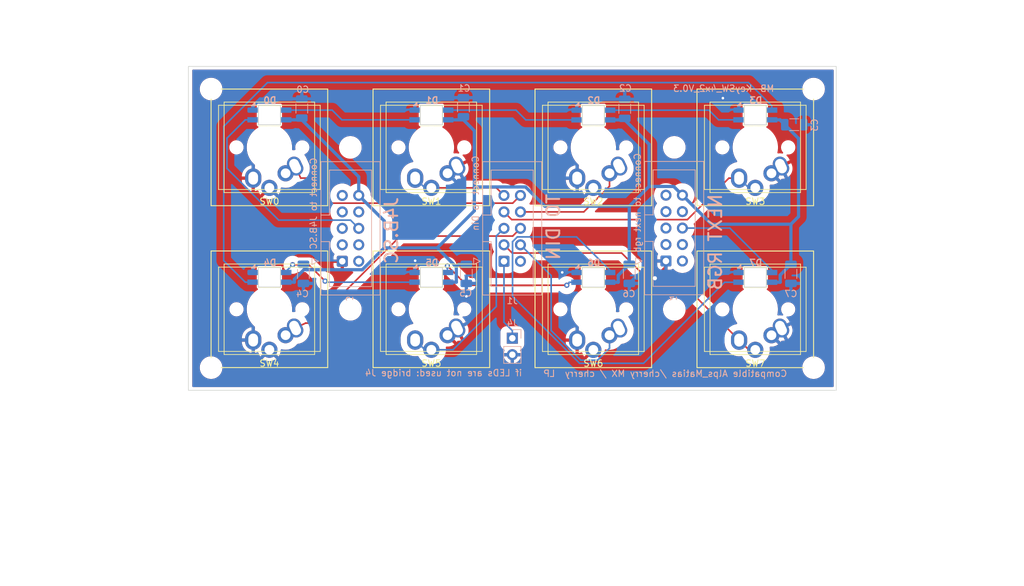
<source format=kicad_pcb>
(kicad_pcb (version 20240108) (generator "pcbnew") (generator_version "8.0")
  (layers (0 "F.Cu" signal "Dessus.Cu") (31 "B.Cu" signal "Dessous.Cu") (34 "B.Paste" user "Dessous.Pate") (35 "F.Paste" user "Dessus.Pate") (36 "B.SilkS" user "Dessous.SilkS") (37 "F.SilkS" user "Dessus.SilkS") (38 "B.Mask" user "Dessous.Masque") (39 "F.Mask" user "Dessus.Masque") (44 "Edge.Cuts" user "Contours.Ci"))
  (net 0 "")
  (net 1 "GND")
  (net 3 "Net-(D0-DI)")
  (net 4 "Net-(D0-DO)")
  (net 5 "Net-(D1-DO)")
  (net 6 "Net-(D2-DO)")
  (net 7 "Net-(D3-DO)")
  (net 8 "Net-(D4-DO)")
  (net 9 "Net-(D5-DO)")
  (net 10 "Net-(D6-DO)")
  (net 11 "Net-(J1-D7)")
  (net 12 "Net-(J1-D6)")
  (net 13 "Net-(J1-D5)")
  (net 14 "Net-(J1-D4)")
  (net 15 "Net-(J1-D3)")
  (net 16 "Net-(J1-D2)")
  (net 17 "Net-(J1-D1)")
  (net 18 "+5V")
  (net 19 "Net-(J1-D0)")
  (net 34 "Net-(D7-DO)")
  (net 35 "Net-(J1-vss)")
  (footprint "ksir 2022:SW_Alps_Matias_1.00u_cherry_LP" (layer "F.Cu") (at 98.5 199.5)
    (property "Reference" "SW1" (at 0 8.34 180) (layer "F.SilkS"))
    (property "Value" "CHERRY MX1B-52NA")
    (pad "" np_thru_hole circle (at -5.08 0 180) (size 1.7 1.7) (drill 1.7) (layers "*.Cu" "*.Mask"))
    (pad "" np_thru_hole circle (at 0 0 180) (size 6.5 6.5) (drill 6.5) (layers "F&B.Cu" "*.Mask"))
    (pad "" np_thru_hole circle (at 0 3.7 180) (size 2.5 2.5) (drill 2.5) (layers "F&B.Cu" "*.Mask"))
    (pad "" np_thru_hole circle (at 5.08 0 180) (size 1.7 1.7) (drill 1.7) (layers "*.Cu" "*.Mask"))
    (pad "1" thru_hole oval (at -2.5 4.75 180) (size 2.5 3) (drill oval 1.5 2) (layers "*.Cu" "*.Mask") (net 17 "Net-(J1-D1)"))
    (pad "1" thru_hole circle (at 0 6.25 180) (size 2.5 2.5) (drill 1.5) (layers "*.Cu" "*.Mask") (net 17 "Net-(J1-D1)"))
    (pad "2" thru_hole circle (at 2.5 4 180) (size 2.5 2.5) (drill 1.5) (layers "*.Cu" "*.Mask") (net 1 "GND"))
    (pad "2" thru_hole oval (at 3.97 2.89 25) (size 2.2 3) (drill oval 1.5 2.3) (layers "*.Cu" "*.Mask") (net 1 "GND"))
  )
  (footprint "ksir 2022:SW_Alps_Matias_1.00u_cherry_LP" (layer "F.Cu") (at 123.5 224.5)
    (property "Reference" "SW6" (at 0 8.34 180) (layer "F.SilkS"))
    (property "Value" "CHERRY MX1B-52NA")
    (pad "" np_thru_hole circle (at -5.08 0 180) (size 1.7 1.7) (drill 1.7) (layers "*.Cu" "*.Mask"))
    (pad "" np_thru_hole circle (at 0 0 180) (size 6.5 6.5) (drill 6.5) (layers "F&B.Cu" "*.Mask"))
    (pad "" np_thru_hole circle (at 0 3.7 180) (size 2.5 2.5) (drill 2.5) (layers "F&B.Cu" "*.Mask"))
    (pad "" np_thru_hole circle (at 5.08 0 180) (size 1.7 1.7) (drill 1.7) (layers "*.Cu" "*.Mask"))
    (pad "1" thru_hole oval (at -2.5 4.75 180) (size 2.5 3) (drill oval 1.5 2) (layers "*.Cu" "*.Mask") (net 1 "GND"))
    (pad "1" thru_hole circle (at 0 6.25 180) (size 2.5 2.5) (drill 1.5) (layers "*.Cu" "*.Mask") (net 1 "GND"))
    (pad "2" thru_hole circle (at 2.5 4 180) (size 2.5 2.5) (drill 1.5) (layers "*.Cu" "*.Mask") (net 12 "Net-(J1-D6)"))
    (pad "2" thru_hole oval (at 3.97 2.89 25) (size 2.2 3) (drill oval 1.5 2.3) (layers "*.Cu" "*.Mask") (net 12 "Net-(J1-D6)"))
  )
  (footprint "MountingHole:MountingHole_3mm" (layer "F.Cu") (at 86 199.5)
    (property "Reference" "H5" (hide yes))
    (property "Value" "MountingHole")
    (pad "" np_thru_hole circle (at 0 0) (size 3 3) (drill 3) (layers "*.Cu" "*.Mask"))
  )
  (footprint "ksir 2022:SW_Alps_Matias_1.00u_cherry_LP" (layer "F.Cu") (at 98.5 224.49)
    (property "Reference" "SW5" (at 0 8.34 180) (layer "F.SilkS"))
    (property "Value" "CHERRY MX1B-52NA")
    (pad "" np_thru_hole circle (at -5.08 0 180) (size 1.7 1.7) (drill 1.7) (layers "*.Cu" "*.Mask"))
    (pad "" np_thru_hole circle (at 0 0 180) (size 6.5 6.5) (drill 6.5) (layers "F&B.Cu" "*.Mask"))
    (pad "" np_thru_hole circle (at 0 3.7 180) (size 2.5 2.5) (drill 2.5) (layers "F&B.Cu" "*.Mask"))
    (pad "" np_thru_hole circle (at 5.08 0 180) (size 1.7 1.7) (drill 1.7) (layers "*.Cu" "*.Mask"))
    (pad "1" thru_hole oval (at -2.5 4.75 180) (size 2.5 3) (drill oval 1.5 2) (layers "*.Cu" "*.Mask") (net 13 "Net-(J1-D5)"))
    (pad "1" thru_hole circle (at 0 6.25 180) (size 2.5 2.5) (drill 1.5) (layers "*.Cu" "*.Mask") (net 13 "Net-(J1-D5)"))
    (pad "2" thru_hole circle (at 2.5 4 180) (size 2.5 2.5) (drill 1.5) (layers "*.Cu" "*.Mask") (net 1 "GND"))
    (pad "2" thru_hole oval (at 3.97 2.89 25) (size 2.2 3) (drill oval 1.5 2.3) (layers "*.Cu" "*.Mask") (net 1 "GND"))
  )
  (footprint "MountingHole:MountingHole_3mm" (layer "F.Cu") (at 136 224.5)
    (property "Reference" "H8" (hide yes))
    (property "Value" "MountingHole")
    (pad "" np_thru_hole circle (at 0 0) (size 3 3) (drill 3) (layers "*.Cu" "*.Mask"))
  )
  (footprint "MountingHole:MountingHole_3mm" (layer "F.Cu") (at 136 199.5)
    (property "Reference" "H6" (hide yes))
    (property "Value" "MountingHole")
    (pad "" np_thru_hole circle (at 0 0) (size 3 3) (drill 3) (layers "*.Cu" "*.Mask"))
  )
  (footprint "MountingHole:MountingHole_3mm" (layer "F.Cu") (at 86 224.5)
    (property "Reference" "H7" (hide yes))
    (property "Value" "MountingHole")
    (pad "" np_thru_hole circle (at 0 0) (size 3 3) (drill 3) (layers "*.Cu" "*.Mask"))
  )
  (footprint "MountingHole:MountingHole_3mm" (layer "F.Cu") (at 64.5 190.5)
    (property "Reference" "H1" (hide yes))
    (property "Value" "MountingHole")
    (pad "" np_thru_hole circle (at 0 0) (size 3 3) (drill 3) (layers "*.Cu" "*.Mask"))
  )
  (footprint "ksir 2022:SW_Alps_Matias_1.00u_cherry_LP" (layer "F.Cu") (at 73.5 199.5)
    (property "Reference" "SW0" (at 0 8.34 180) (layer "F.SilkS"))
    (property "Value" "CHERRY MX1B-52NA")
    (pad "" np_thru_hole circle (at -5.08 0 180) (size 1.7 1.7) (drill 1.7) (layers "*.Cu" "*.Mask"))
    (pad "" np_thru_hole circle (at 0 0 180) (size 6.5 6.5) (drill 6.5) (layers "F&B.Cu" "*.Mask"))
    (pad "" np_thru_hole circle (at 0 3.7 180) (size 2.5 2.5) (drill 2.5) (layers "F&B.Cu" "*.Mask"))
    (pad "" np_thru_hole circle (at 5.08 0 180) (size 1.7 1.7) (drill 1.7) (layers "*.Cu" "*.Mask"))
    (pad "1" thru_hole oval (at -2.5 4.75 180) (size 2.5 3) (drill oval 1.5 2) (layers "*.Cu" "*.Mask") (net 1 "GND"))
    (pad "1" thru_hole circle (at 0 6.25 180) (size 2.5 2.5) (drill 1.5) (layers "*.Cu" "*.Mask") (net 1 "GND"))
    (pad "2" thru_hole circle (at 2.5 4 180) (size 2.5 2.5) (drill 1.5) (layers "*.Cu" "*.Mask") (net 19 "Net-(J1-D0)"))
    (pad "2" thru_hole oval (at 3.97 2.89 25) (size 2.2 3) (drill oval 1.5 2.3) (layers "*.Cu" "*.Mask") (net 19 "Net-(J1-D0)"))
  )
  (footprint "ksir 2022:SW_Alps_Matias_1.00u_cherry_LP" (layer "F.Cu") (at 148.5 224.5)
    (property "Reference" "SW7" (at 0 8.34 180) (layer "F.SilkS"))
    (property "Value" "CHERRY MX1B-52NA")
    (pad "" np_thru_hole circle (at -5.08 0 180) (size 1.7 1.7) (drill 1.7) (layers "*.Cu" "*.Mask"))
    (pad "" np_thru_hole circle (at 0 0 180) (size 6.5 6.5) (drill 6.5) (layers "F&B.Cu" "*.Mask"))
    (pad "" np_thru_hole circle (at 0 3.7 180) (size 2.5 2.5) (drill 2.5) (layers "F&B.Cu" "*.Mask"))
    (pad "" np_thru_hole circle (at 5.08 0 180) (size 1.7 1.7) (drill 1.7) (layers "*.Cu" "*.Mask"))
    (pad "1" thru_hole oval (at -2.5 4.75 180) (size 2.5 3) (drill oval 1.5 2) (layers "*.Cu" "*.Mask") (net 11 "Net-(J1-D7)"))
    (pad "1" thru_hole circle (at 0 6.25 180) (size 2.5 2.5) (drill 1.5) (layers "*.Cu" "*.Mask") (net 11 "Net-(J1-D7)"))
    (pad "2" thru_hole circle (at 2.5 4 180) (size 2.5 2.5) (drill 1.5) (layers "*.Cu" "*.Mask") (net 1 "GND"))
    (pad "2" thru_hole oval (at 3.97 2.89 25) (size 2.2 3) (drill oval 1.5 2.3) (layers "*.Cu" "*.Mask") (net 1 "GND"))
  )
  (footprint "ksir 2022:SW_Alps_Matias_1.00u_cherry_LP" (layer "F.Cu") (at 123.5 199.5)
    (property "Reference" "SW2" (at 0 8.34 180) (layer "F.SilkS"))
    (property "Value" "CHERRY MX1B-52NA")
    (pad "" np_thru_hole circle (at -5.08 0 180) (size 1.7 1.7) (drill 1.7) (layers "*.Cu" "*.Mask"))
    (pad "" np_thru_hole circle (at 0 0 180) (size 6.5 6.5) (drill 6.5) (layers "F&B.Cu" "*.Mask"))
    (pad "" np_thru_hole circle (at 0 3.7 180) (size 2.5 2.5) (drill 2.5) (layers "F&B.Cu" "*.Mask"))
    (pad "" np_thru_hole circle (at 5.08 0 180) (size 1.7 1.7) (drill 1.7) (layers "*.Cu" "*.Mask"))
    (pad "1" thru_hole oval (at -2.5 4.75 180) (size 2.5 3) (drill oval 1.5 2) (layers "*.Cu" "*.Mask") (net 1 "GND"))
    (pad "1" thru_hole circle (at 0 6.25 180) (size 2.5 2.5) (drill 1.5) (layers "*.Cu" "*.Mask") (net 1 "GND"))
    (pad "2" thru_hole circle (at 2.5 4 180) (size 2.5 2.5) (drill 1.5) (layers "*.Cu" "*.Mask") (net 16 "Net-(J1-D2)"))
    (pad "2" thru_hole oval (at 3.97 2.89 25) (size 2.2 3) (drill oval 1.5 2.3) (layers "*.Cu" "*.Mask") (net 16 "Net-(J1-D2)"))
  )
  (footprint "MountingHole:MountingHole_3mm" (layer "F.Cu") (at 157.5 233.5)
    (property "Reference" "H3" (hide yes))
    (property "Value" "MountingHole")
    (pad "" np_thru_hole circle (at 0 0) (size 3 3) (drill 3) (layers "*.Cu" "*.Mask"))
  )
  (footprint "MountingHole:MountingHole_3mm" (layer "F.Cu") (at 157.5 190.5)
    (property "Reference" "H2" (hide yes))
    (property "Value" "MountingHole")
    (pad "" np_thru_hole circle (at 0 0) (size 3 3) (drill 3) (layers "*.Cu" "*.Mask"))
  )
  (footprint "ksir 2022:SW_Alps_Matias_1.00u_cherry_LP" (layer "F.Cu") (at 73.5 224.49)
    (property "Reference" "SW4" (at 0 8.34 180) (layer "F.SilkS"))
    (property "Value" "CHERRY MX1B-52NA")
    (pad "" np_thru_hole circle (at -5.08 0 180) (size 1.7 1.7) (drill 1.7) (layers "*.Cu" "*.Mask"))
    (pad "" np_thru_hole circle (at 0 0 180) (size 6.5 6.5) (drill 6.5) (layers "F&B.Cu" "*.Mask"))
    (pad "" np_thru_hole circle (at 0 3.7 180) (size 2.5 2.5) (drill 2.5) (layers "F&B.Cu" "*.Mask"))
    (pad "" np_thru_hole circle (at 5.08 0 180) (size 1.7 1.7) (drill 1.7) (layers "*.Cu" "*.Mask"))
    (pad "1" thru_hole oval (at -2.5 4.75 180) (size 2.5 3) (drill oval 1.5 2) (layers "*.Cu" "*.Mask") (net 1 "GND"))
    (pad "1" thru_hole circle (at 0 6.25 180) (size 2.5 2.5) (drill 1.5) (layers "*.Cu" "*.Mask") (net 1 "GND"))
    (pad "2" thru_hole circle (at 2.5 4 180) (size 2.5 2.5) (drill 1.5) (layers "*.Cu" "*.Mask") (net 14 "Net-(J1-D4)"))
    (pad "2" thru_hole oval (at 3.97 2.89 25) (size 2.2 3) (drill oval 1.5 2.3) (layers "*.Cu" "*.Mask") (net 14 "Net-(J1-D4)"))
  )
  (footprint "ksir 2022:SW_Alps_Matias_1.00u_cherry_LP" (layer "F.Cu") (at 148.5 199.5)
    (property "Reference" "SW3" (at 0 8.34 180) (layer "F.SilkS"))
    (property "Value" "CHERRY MX1B-52NA")
    (pad "" np_thru_hole circle (at -5.08 0 180) (size 1.7 1.7) (drill 1.7) (layers "*.Cu" "*.Mask"))
    (pad "" np_thru_hole circle (at 0 0 180) (size 6.5 6.5) (drill 6.5) (layers "F&B.Cu" "*.Mask"))
    (pad "" np_thru_hole circle (at 0 3.7 180) (size 2.5 2.5) (drill 2.5) (layers "F&B.Cu" "*.Mask"))
    (pad "" np_thru_hole circle (at 5.08 0 180) (size 1.7 1.7) (drill 1.7) (layers "*.Cu" "*.Mask"))
    (pad "1" thru_hole oval (at -2.5 4.75 180) (size 2.5 3) (drill oval 1.5 2) (layers "*.Cu" "*.Mask") (net 15 "Net-(J1-D3)"))
    (pad "1" thru_hole circle (at 0 6.25 180) (size 2.5 2.5) (drill 1.5) (layers "*.Cu" "*.Mask") (net 15 "Net-(J1-D3)"))
    (pad "2" thru_hole circle (at 2.5 4 180) (size 2.5 2.5) (drill 1.5) (layers "*.Cu" "*.Mask") (net 1 "GND"))
    (pad "2" thru_hole oval (at 3.97 2.89 25) (size 2.2 3) (drill oval 1.5 2.3) (layers "*.Cu" "*.Mask") (net 1 "GND"))
  )
  (footprint "MountingHole:MountingHole_3mm" (layer "F.Cu") (at 64.5 233.5)
    (property "Reference" "H4" (hide yes))
    (property "Value" "MountingHole")
    (pad "" np_thru_hole circle (at 0 0) (size 3 3) (drill 3) (layers "*.Cu" "*.Mask"))
  )
  (footprint "ksir 2022:SK6812-MINI-E" (layer "B.Cu") (at 148.5 219.57 180)
    (property "Reference" "D7" (at -0.08 2.25 0) (layer "B.SilkS") (effects (font (thickness 0.2) (bold yes)) (justify mirror)))
    (property "Value" "SK6812MINI-E" (hide yes))
    (fp_line (start 1.7 1.5) (end 1.7 -1.5) (stroke (width 0.12)) (layer "Edge.Cuts"))
    (fp_line (start 1.7 -1.5) (end -1.7 -1.5) (stroke (width 0.12)) (layer "Edge.Cuts"))
    (fp_line (start -1.7 1.5) (end 1.7 1.5) (stroke (width 0.12)) (layer "Edge.Cuts"))
    (fp_line (start -1.7 -1.5) (end -1.7 1.5) (stroke (width 0.12)) (layer "Edge.Cuts"))
    (pad "1" smd rect (at -2.55 -0.75 180) (size 1.7 0.82) (layers "B.Cu" "B.Paste" "B.Mask") (net 18 "+5V"))
    (pad "2" smd rect (at -2.55 0.75 180) (size 1.7 0.82) (layers "B.Cu" "B.Paste" "B.Mask") (net 34 "Net-(D7-DO)"))
    (pad "3" smd roundrect (at 2.55 0.75 180) (size 1.7 0.82) (layers "B.Cu" "B.Paste" "B.Mask") (net 1 "GND"))
    (pad "4" smd rect (at 2.55 -0.75 180) (size 1.7 0.82) (layers "B.Cu" "B.Paste" "B.Mask") (net 10 "Net-(D6-DO)"))
  )
  (footprint "ksir 2022:SK6812-MINI-E" (layer "B.Cu") (at 148.5 194.5 180)
    (property "Reference" "D3" (at -0.08 2.25 0) (layer "B.SilkS") (effects (font (thickness 0.2) (bold yes)) (justify mirror)))
    (property "Value" "SK6812MINI-E" (hide yes))
    (fp_line (start 1.7 1.5) (end 1.7 -1.5) (stroke (width 0.12)) (layer "Edge.Cuts"))
    (fp_line (start 1.7 -1.5) (end -1.7 -1.5) (stroke (width 0.12)) (layer "Edge.Cuts"))
    (fp_line (start -1.7 1.5) (end 1.7 1.5) (stroke (width 0.12)) (layer "Edge.Cuts"))
    (fp_line (start -1.7 -1.5) (end -1.7 1.5) (stroke (width 0.12)) (layer "Edge.Cuts"))
    (pad "1" smd rect (at -2.55 -0.75 180) (size 1.7 0.82) (layers "B.Cu" "B.Paste" "B.Mask") (net 18 "+5V"))
    (pad "2" smd rect (at -2.55 0.75 180) (size 1.7 0.82) (layers "B.Cu" "B.Paste" "B.Mask") (net 7 "Net-(D3-DO)"))
    (pad "3" smd roundrect (at 2.55 0.75 180) (size 1.7 0.82) (layers "B.Cu" "B.Paste" "B.Mask") (net 1 "GND"))
    (pad "4" smd rect (at 2.55 -0.75 180) (size 1.7 0.82) (layers "B.Cu" "B.Paste" "B.Mask") (net 6 "Net-(D2-DO)"))
  )
  (footprint "Capacitor_SMD:C_1206_3216Metric" (layer "B.Cu") (at 129.05 219.025 90)
    (property "Reference" "C6" (at -3.075 -0.05 180) (layer "B.SilkS") (effects (justify mirror)))
    (property "Value" "100nf")
    (pad "1" smd roundrect (at -1.475 0 90) (size 1.15 1.8) (layers "B.Cu" "B.Paste" "B.Mask") (roundrect_rratio 0.217391) (net 1 "GND"))
    (pad "2" smd roundrect (at 1.475 0 90) (size 1.15 1.8) (layers "B.Cu" "B.Paste" "B.Mask") (roundrect_rratio 0.217391) (net 18 "+5V"))
  )
  (footprint "Connector_PinHeader_2.54mm:PinHeader_1x02_P2.54mm_Vertical" (layer "B.Cu") (at 111 228.96 180)
    (property "Reference" "J4" (at 0 2.33 180) (layer "B.SilkS") (effects (justify mirror)))
    (property "Value" "Conn_01x02_Pin")
    (pad "1" thru_hole rect (at 0 0 180) (size 1.7 1.7) (drill 1) (layers "*.Cu" "*.Mask") (net 35 "Net-(J1-vss)"))
    (pad "2" thru_hole oval (at 0 -2.54 180) (size 1.7 1.7) (drill 1) (layers "*.Cu" "*.Mask") (net 1 "GND"))
  )
  (footprint "Capacitor_SMD:C_1206_3216Metric" (layer "B.Cu") (at 78.75 219.025 90)
    (property "Reference" "C4" (at -3.075 -0.15 180) (layer "B.SilkS") (effects (justify mirror)))
    (property "Value" "100nf")
    (pad "1" smd roundrect (at -1.475 0 90) (size 1.15 1.8) (layers "B.Cu" "B.Paste" "B.Mask") (roundrect_rratio 0.217391) (net 1 "GND"))
    (pad "2" smd roundrect (at 1.475 0 90) (size 1.15 1.8) (layers "B.Cu" "B.Paste" "B.Mask") (roundrect_rratio 0.217391) (net 18 "+5V"))
  )
  (footprint "Connector_IDC:IDC-Header_2x05_P2.54mm_Vertical" (layer "B.Cu") (at 84.75 217.08)
    (property "Reference" "J2" (at 1.27 6.1 0) (layer "B.SilkS") (effects (justify mirror)))
    (property "Value" "IDC-Header_2x05_P2.54mm_Vertical")
    (pad "1" thru_hole roundrect (at 0 0) (size 1.7 1.7) (drill 1) (layers "*.Cu" "*.Mask") (roundrect_rratio 0.147059) (net 1 "GND"))
    (pad "2" thru_hole circle (at 2.54 0) (size 1.7 1.7) (drill 1) (layers "*.Cu" "*.Mask"))
    (pad "3" thru_hole circle (at 0 -2.54) (size 1.7 1.7) (drill 1) (layers "*.Cu" "*.Mask"))
    (pad "4" thru_hole circle (at 2.54 -2.54) (size 1.7 1.7) (drill 1) (layers "*.Cu" "*.Mask"))
    (pad "5" thru_hole circle (at 0 -5.08) (size 1.7 1.7) (drill 1) (layers "*.Cu" "*.Mask"))
    (pad "6" thru_hole circle (at 2.54 -5.08) (size 1.7 1.7) (drill 1) (layers "*.Cu" "*.Mask") (net 3 "Net-(D0-DI)"))
    (pad "7" thru_hole circle (at 0 -7.62) (size 1.7 1.7) (drill 1) (layers "*.Cu" "*.Mask"))
    (pad "8" thru_hole circle (at 2.54 -7.62) (size 1.7 1.7) (drill 1) (layers "*.Cu" "*.Mask"))
    (pad "9" thru_hole circle (at 0 -10.16) (size 1.7 1.7) (drill 1) (layers "*.Cu" "*.Mask"))
    (pad "10" thru_hole circle (at 2.54 -10.16) (size 1.7 1.7) (drill 1) (layers "*.Cu" "*.Mask") (net 18 "+5V"))
  )
  (footprint "ksir 2022:SK6812-MINI-E" (layer "B.Cu") (at 73.5 219.56 180)
    (property "Reference" "D4" (at -0.08 2.25 0) (layer "B.SilkS") (effects (font (thickness 0.2) (bold yes)) (justify mirror)))
    (property "Value" "SK6812MINI-E" (hide yes))
    (fp_line (start 1.7 1.5) (end 1.7 -1.5) (stroke (width 0.12)) (layer "Edge.Cuts"))
    (fp_line (start 1.7 -1.5) (end -1.7 -1.5) (stroke (width 0.12)) (layer "Edge.Cuts"))
    (fp_line (start -1.7 1.5) (end 1.7 1.5) (stroke (width 0.12)) (layer "Edge.Cuts"))
    (fp_line (start -1.7 -1.5) (end -1.7 1.5) (stroke (width 0.12)) (layer "Edge.Cuts"))
    (pad "1" smd rect (at -2.55 -0.75 180) (size 1.7 0.82) (layers "B.Cu" "B.Paste" "B.Mask") (net 18 "+5V"))
    (pad "2" smd rect (at -2.55 0.75 180) (size 1.7 0.82) (layers "B.Cu" "B.Paste" "B.Mask") (net 8 "Net-(D4-DO)"))
    (pad "3" smd roundrect (at 2.55 0.75 180) (size 1.7 0.82) (layers "B.Cu" "B.Paste" "B.Mask") (net 1 "GND"))
    (pad "4" smd rect (at 2.55 -0.75 180) (size 1.7 0.82) (layers "B.Cu" "B.Paste" "B.Mask") (net 7 "Net-(D3-DO)"))
  )
  (footprint "ksir 2022:SK6812-MINI-E" (layer "B.Cu") (at 123.5 194.51 180)
    (property "Reference" "D2" (at -0.08 2.25 0) (layer "B.SilkS") (effects (font (thickness 0.2) (bold yes)) (justify mirror)))
    (property "Value" "SK6812MINI-E" (hide yes))
    (fp_line (start 1.7 1.5) (end 1.7 -1.5) (stroke (width 0.12)) (layer "Edge.Cuts"))
    (fp_line (start 1.7 -1.5) (end -1.7 -1.5) (stroke (width 0.12)) (layer "Edge.Cuts"))
    (fp_line (start -1.7 1.5) (end 1.7 1.5) (stroke (width 0.12)) (layer "Edge.Cuts"))
    (fp_line (start -1.7 -1.5) (end -1.7 1.5) (stroke (width 0.12)) (layer "Edge.Cuts"))
    (pad "1" smd rect (at -2.55 -0.75 180) (size 1.7 0.82) (layers "B.Cu" "B.Paste" "B.Mask") (net 18 "+5V"))
    (pad "2" smd rect (at -2.55 0.75 180) (size 1.7 0.82) (layers "B.Cu" "B.Paste" "B.Mask") (net 6 "Net-(D2-DO)"))
    (pad "3" smd roundrect (at 2.55 0.75 180) (size 1.7 0.82) (layers "B.Cu" "B.Paste" "B.Mask") (net 1 "GND"))
    (pad "4" smd rect (at 2.55 -0.75 180) (size 1.7 0.82) (layers "B.Cu" "B.Paste" "B.Mask") (net 5 "Net-(D1-DO)"))
  )
  (footprint "Connector_IDC:IDC-Header_2x05_P2.54mm_Vertical" (layer "B.Cu") (at 109.71 217.08)
    (property "Reference" "J1" (at 1.27 6.1 0) (layer "B.SilkS") (effects (justify mirror)))
    (property "Value" "IDC-Header_2x05_P2.54mm_Vertical")
    (pad "1" thru_hole roundrect (at 0 0) (size 1.7 1.7) (drill 1) (layers "*.Cu" "*.Mask") (roundrect_rratio 0.147059) (net 35 "Net-(J1-vss)"))
    (pad "2" thru_hole circle (at 2.54 0) (size 1.7 1.7) (drill 1) (layers "*.Cu" "*.Mask"))
    (pad "3" thru_hole circle (at 0 -2.54) (size 1.7 1.7) (drill 1) (layers "*.Cu" "*.Mask") (net 11 "Net-(J1-D7)"))
    (pad "4" thru_hole circle (at 2.54 -2.54) (size 1.7 1.7) (drill 1) (layers "*.Cu" "*.Mask") (net 12 "Net-(J1-D6)"))
    (pad "5" thru_hole circle (at 0 -5.08) (size 1.7 1.7) (drill 1) (layers "*.Cu" "*.Mask") (net 13 "Net-(J1-D5)"))
    (pad "6" thru_hole circle (at 2.54 -5.08) (size 1.7 1.7) (drill 1) (layers "*.Cu" "*.Mask") (net 14 "Net-(J1-D4)"))
    (pad "7" thru_hole circle (at 0 -7.62) (size 1.7 1.7) (drill 1) (layers "*.Cu" "*.Mask") (net 15 "Net-(J1-D3)"))
    (pad "8" thru_hole circle (at 2.54 -7.62) (size 1.7 1.7) (drill 1) (layers "*.Cu" "*.Mask") (net 16 "Net-(J1-D2)"))
    (pad "9" thru_hole circle (at 0 -10.16) (size 1.7 1.7) (drill 1) (layers "*.Cu" "*.Mask") (net 17 "Net-(J1-D1)"))
    (pad "10" thru_hole circle (at 2.54 -10.16) (size 1.7 1.7) (drill 1) (layers "*.Cu" "*.Mask") (net 19 "Net-(J1-D0)"))
  )
  (footprint "ksir 2022:SK6812-MINI-E" (layer "B.Cu") (at 123.5 219.57 180)
    (property "Reference" "D6" (at -0.08 2.25 0) (layer "B.SilkS") (effects (font (thickness 0.2) (bold yes)) (justify mirror)))
    (property "Value" "SK6812MINI-E" (hide yes))
    (fp_line (start 1.7 1.5) (end 1.7 -1.5) (stroke (width 0.12)) (layer "Edge.Cuts"))
    (fp_line (start 1.7 -1.5) (end -1.7 -1.5) (stroke (width 0.12)) (layer "Edge.Cuts"))
    (fp_line (start -1.7 1.5) (end 1.7 1.5) (stroke (width 0.12)) (layer "Edge.Cuts"))
    (fp_line (start -1.7 -1.5) (end -1.7 1.5) (stroke (width 0.12)) (layer "Edge.Cuts"))
    (pad "1" smd rect (at -2.55 -0.75 180) (size 1.7 0.82) (layers "B.Cu" "B.Paste" "B.Mask") (net 18 "+5V"))
    (pad "2" smd rect (at -2.55 0.75 180) (size 1.7 0.82) (layers "B.Cu" "B.Paste" "B.Mask") (net 10 "Net-(D6-DO)"))
    (pad "3" smd roundrect (at 2.55 0.75 180) (size 1.7 0.82) (layers "B.Cu" "B.Paste" "B.Mask") (net 1 "GND"))
    (pad "4" smd rect (at 2.55 -0.75 180) (size 1.7 0.82) (layers "B.Cu" "B.Paste" "B.Mask") (net 9 "Net-(D5-DO)"))
  )
  (footprint "Capacitor_SMD:C_1206_3216Metric" (layer "B.Cu") (at 154.525 196 180)
    (property "Reference" "C3" (at -3.125 -0.05 -90) (layer "B.SilkS") (effects (justify mirror)))
    (property "Value" "100nf")
    (pad "1" smd roundrect (at -1.475 0 180) (size 1.15 1.8) (layers "B.Cu" "B.Paste" "B.Mask") (roundrect_rratio 0.217391) (net 1 "GND"))
    (pad "2" smd roundrect (at 1.475 0 180) (size 1.15 1.8) (layers "B.Cu" "B.Paste" "B.Mask") (roundrect_rratio 0.217391) (net 18 "+5V"))
  )
  (footprint "Capacitor_SMD:C_1206_3216Metric" (layer "B.Cu") (at 103.9 219.025 90)
    (property "Reference" "C5" (at -2.975 -0.1 180) (layer "B.SilkS") (effects (justify mirror)))
    (property "Value" "100nf")
    (pad "1" smd roundrect (at -1.475 0 90) (size 1.15 1.8) (layers "B.Cu" "B.Paste" "B.Mask") (roundrect_rratio 0.217391) (net 1 "GND"))
    (pad "2" smd roundrect (at 1.475 0 90) (size 1.15 1.8) (layers "B.Cu" "B.Paste" "B.Mask") (roundrect_rratio 0.217391) (net 18 "+5V"))
  )
  (footprint "ksir 2022:SK6812-MINI-E" (layer "B.Cu") (at 98.5 194.5 180)
    (property "Reference" "D1" (at -0.08 2.25 0) (layer "B.SilkS") (effects (font (thickness 0.2) (bold yes)) (justify mirror)))
    (property "Value" "SK6812MINI-E" (hide yes))
    (fp_line (start 1.7 1.5) (end 1.7 -1.5) (stroke (width 0.12)) (layer "Edge.Cuts"))
    (fp_line (start 1.7 -1.5) (end -1.7 -1.5) (stroke (width 0.12)) (layer "Edge.Cuts"))
    (fp_line (start -1.7 1.5) (end 1.7 1.5) (stroke (width 0.12)) (layer "Edge.Cuts"))
    (fp_line (start -1.7 -1.5) (end -1.7 1.5) (stroke (width 0.12)) (layer "Edge.Cuts"))
    (pad "1" smd rect (at -2.55 -0.75 180) (size 1.7 0.82) (layers "B.Cu" "B.Paste" "B.Mask") (net 18 "+5V"))
    (pad "2" smd rect (at -2.55 0.75 180) (size 1.7 0.82) (layers "B.Cu" "B.Paste" "B.Mask") (net 5 "Net-(D1-DO)"))
    (pad "3" smd roundrect (at 2.55 0.75 180) (size 1.7 0.82) (layers "B.Cu" "B.Paste" "B.Mask") (net 1 "GND"))
    (pad "4" smd rect (at 2.55 -0.75 180) (size 1.7 0.82) (layers "B.Cu" "B.Paste" "B.Mask") (net 4 "Net-(D0-DO)"))
  )
  (footprint "ksir 2022:SK6812-MINI-E" (layer "B.Cu") (at 73.5 194.5 180)
    (property "Reference" "D0" (at -0.08 2.25 0) (layer "B.SilkS") (effects (font (thickness 0.2) (bold yes)) (justify mirror)))
    (property "Value" "SK6812MINI-E" (hide yes))
    (fp_line (start 1.7 1.5) (end 1.7 -1.5) (stroke (width 0.12)) (layer "Edge.Cuts"))
    (fp_line (start 1.7 -1.5) (end -1.7 -1.5) (stroke (width 0.12)) (layer "Edge.Cuts"))
    (fp_line (start -1.7 1.5) (end 1.7 1.5) (stroke (width 0.12)) (layer "Edge.Cuts"))
    (fp_line (start -1.7 -1.5) (end -1.7 1.5) (stroke (width 0.12)) (layer "Edge.Cuts"))
    (pad "1" smd rect (at -2.55 -0.75 180) (size 1.7 0.82) (layers "B.Cu" "B.Paste" "B.Mask") (net 18 "+5V"))
    (pad "2" smd rect (at -2.55 0.75 180) (size 1.7 0.82) (layers "B.Cu" "B.Paste" "B.Mask") (net 4 "Net-(D0-DO)"))
    (pad "3" smd roundrect (at 2.55 0.75 180) (size 1.7 0.82) (layers "B.Cu" "B.Paste" "B.Mask") (net 1 "GND"))
    (pad "4" smd rect (at 2.55 -0.75 180) (size 1.7 0.82) (layers "B.Cu" "B.Paste" "B.Mask") (net 3 "Net-(D0-DI)"))
  )
  (footprint "Capacitor_SMD:C_1206_3216Metric" (layer "B.Cu") (at 154 219.025 90)
    (property "Reference" "C7" (at -3.075 0 180) (layer "B.SilkS") (effects (justify mirror)))
    (property "Value" "100nf")
    (pad "1" smd roundrect (at -1.475 0 90) (size 1.15 1.8) (layers "B.Cu" "B.Paste" "B.Mask") (roundrect_rratio 0.217391) (net 1 "GND"))
    (pad "2" smd roundrect (at 1.475 0 90) (size 1.15 1.8) (layers "B.Cu" "B.Paste" "B.Mask") (roundrect_rratio 0.217391) (net 18 "+5V"))
  )
  (footprint "Capacitor_SMD:C_1206_3216Metric" (layer "B.Cu") (at 78.5 193.5 -90)
    (property "Reference" "C0" (at -2.925 -0.15 180) (layer "B.SilkS") (effects (justify mirror)))
    (property "Value" "100nf")
    (pad "1" smd roundrect (at -1.475 0 270) (size 1.15 1.8) (layers "B.Cu" "B.Paste" "B.Mask") (roundrect_rratio 0.217391) (net 1 "GND"))
    (pad "2" smd roundrect (at 1.475 0 270) (size 1.15 1.8) (layers "B.Cu" "B.Paste" "B.Mask") (roundrect_rratio 0.217391) (net 18 "+5V"))
  )
  (footprint "Capacitor_SMD:C_1206_3216Metric" (layer "B.Cu") (at 103.45 193.3 -90)
    (property "Reference" "C1" (at -2.925 -0.1 0) (layer "B.SilkS") (effects (justify mirror)))
    (property "Value" "100nf")
    (pad "1" smd roundrect (at -1.475 0 270) (size 1.15 1.8) (layers "B.Cu" "B.Paste" "B.Mask") (roundrect_rratio 0.217391) (net 1 "GND"))
    (pad "2" smd roundrect (at 1.475 0 270) (size 1.15 1.8) (layers "B.Cu" "B.Paste" "B.Mask") (roundrect_rratio 0.217391) (net 18 "+5V"))
  )
  (footprint "ksir 2022:SK6812-MINI-E" (layer "B.Cu") (at 98.5 219.56 180)
    (property "Reference" "D5" (at -0.08 2.25 0) (layer "B.SilkS") (effects (font (thickness 0.2) (bold yes)) (justify mirror)))
    (property "Value" "SK6812MINI-E" (hide yes))
    (fp_line (start 1.7 1.5) (end 1.7 -1.5) (stroke (width 0.12)) (layer "Edge.Cuts"))
    (fp_line (start 1.7 -1.5) (end -1.7 -1.5) (stroke (width 0.12)) (layer "Edge.Cuts"))
    (fp_line (start -1.7 1.5) (end 1.7 1.5) (stroke (width 0.12)) (layer "Edge.Cuts"))
    (fp_line (start -1.7 -1.5) (end -1.7 1.5) (stroke (width 0.12)) (layer "Edge.Cuts"))
    (pad "1" smd rect (at -2.55 -0.75 180) (size 1.7 0.82) (layers "B.Cu" "B.Paste" "B.Mask") (net 18 "+5V"))
    (pad "2" smd rect (at -2.55 0.75 180) (size 1.7 0.82) (layers "B.Cu" "B.Paste" "B.Mask") (net 9 "Net-(D5-DO)"))
    (pad "3" smd roundrect (at 2.55 0.75 180) (size 1.7 0.82) (layers "B.Cu" "B.Paste" "B.Mask") (net 1 "GND"))
    (pad "4" smd rect (at 2.55 -0.75 180) (size 1.7 0.82) (layers "B.Cu" "B.Paste" "B.Mask") (net 8 "Net-(D4-DO)"))
  )
  (footprint "Connector_IDC:IDC-Header_2x05_P2.54mm_Vertical" (layer "B.Cu") (at 134.71 217.04)
    (property "Reference" "J3" (at 1.27 6.1 0) (layer "B.SilkS") (effects (justify mirror)))
    (property "Value" "IDC-Header_2x05_P2.54mm_Vertical")
    (pad "1" thru_hole roundrect (at 0 0) (size 1.7 1.7) (drill 1) (layers "*.Cu" "*.Mask") (roundrect_rratio 0.147059) (net 1 "GND"))
    (pad "2" thru_hole circle (at 2.54 0) (size 1.7 1.7) (drill 1) (layers "*.Cu" "*.Mask"))
    (pad "3" thru_hole circle (at 0 -2.54) (size 1.7 1.7) (drill 1) (layers "*.Cu" "*.Mask"))
    (pad "4" thru_hole circle (at 2.54 -2.54) (size 1.7 1.7) (drill 1) (layers "*.Cu" "*.Mask"))
    (pad "5" thru_hole circle (at 0 -5.08) (size 1.7 1.7) (drill 1) (layers "*.Cu" "*.Mask"))
    (pad "6" thru_hole circle (at 2.54 -5.08) (size 1.7 1.7) (drill 1) (layers "*.Cu" "*.Mask") (net 34 "Net-(D7-DO)"))
    (pad "7" thru_hole circle (at 0 -7.62) (size 1.7 1.7) (drill 1) (layers "*.Cu" "*.Mask"))
    (pad "8" thru_hole circle (at 2.54 -7.62) (size 1.7 1.7) (drill 1) (layers "*.Cu" "*.Mask"))
    (pad "9" thru_hole circle (at 0 -10.16) (size 1.7 1.7) (drill 1) (layers "*.Cu" "*.Mask"))
    (pad "10" thru_hole circle (at 2.54 -10.16) (size 1.7 1.7) (drill 1) (layers "*.Cu" "*.Mask") (net 18 "+5V"))
  )
  (footprint "Capacitor_SMD:C_1206_3216Metric" (layer "B.Cu") (at 128.35 193.55 -90)
    (property "Reference" "C2" (at -3.175 -0.1 0) (layer "B.SilkS") (effects (justify mirror)))
    (property "Value" "100nf")
    (pad "1" smd roundrect (at -1.475 0 270) (size 1.15 1.8) (layers "B.Cu" "B.Paste" "B.Mask") (roundrect_rratio 0.217391) (net 1 "GND"))
    (pad "2" smd roundrect (at 1.475 0 270) (size 1.15 1.8) (layers "B.Cu" "B.Paste" "B.Mask") (roundrect_rratio 0.217391) (net 18 "+5V"))
  )
  (gr_poly (pts (xy 161 237) (xy 61 237) (xy 61 187) (xy 161 187)) (stroke (width 0.1)) (fill none) (layer "Edge.Cuts"))
  (gr_text "TO DIN" (at 118.5 206.5 90) (layer "B.SilkS") (effects (font (size 2 2) (thickness 0.3)) (justify left bottom mirror)))
  (gr_text "Connect to J4B.SC" (at 80.9 201 90) (layer "B.SilkS") (effects (font (size 1 1)) (justify left bottom mirror)))
  (gr_text "Compatible Alps_Matias /cherry MX / cherry  LP" (at 153.5 235 0) (layer "B.SilkS") (effects (font (size 1 1)) (justify left bottom mirror)))
  (gr_text "Connect to next rgb" (at 130.9 200.3 90) (layer "B.SilkS") (effects (font (size 1 1)) (justify left bottom mirror)))
  (gr_text "J4B.SC" (at 93.5 207 90) (layer "B.SilkS") (effects (font (size 2 2) (thickness 0.3)) (justify left bottom mirror)))
  (gr_text "if LEDs are not used: bridge J4" (at 112.6 234.9 0) (layer "B.SilkS") (effects (font (size 1 1)) (justify left bottom mirror)))
  (gr_text "Connect To Din" (at 105.9 200.7 90) (layer "B.SilkS") (effects (font (size 1 1)) (justify left bottom mirror)))
  (gr_text "NEXT RGB" (at 143.5 206.5 90) (layer "B.SilkS") (effects (font (size 2 2) (thickness 0.3)) (justify left bottom mirror)))
  (gr_text "MB-KeySW_4x2_V0.3" (at 151.5 191 0) (layer "B.SilkS") (effects (font (size 1 1)) (justify left bottom mirror)))
  (segment (start 134.71 217.04) (end 134.71 217.99) (width 0.5) (layer "F.Cu") (net 1))
  (segment (start 134.71 217.99) (end 133 219.7) (width 0.5) (layer "F.Cu") (net 1))
  (via (at 103.9 222.5) (size 0.8) (drill 0.4) (layers "F.Cu" "B.Cu") (net 1))
  (via (at 143.5 191.9) (size 0.8) (drill 0.4) (layers "F.Cu" "B.Cu") (net 1))
  (via (at 118.7 218.8) (size 0.8) (drill 0.4) (layers "F.Cu" "B.Cu") (net 1))
  (via (at 133 219.7) (size 1) (drill 0.635) (layers "F.Cu" "B.Cu") (net 1))
  (via (at 96 217) (size 0.8) (drill 0.4) (layers "F.Cu" "B.Cu") (net 1))
  (segment (start 133 219.7) (end 129.85 219.7) (width 0.5) (layer "B.Cu") (net 1))
  (segment (start 70.95 193.75) (end 70.95 193.142893) (width 0.5) (layer "B.Cu") (net 1))
  (segment (start 129.85 219.7) (end 129.05 220.5) (width 0.5) (layer "B.Cu") (net 1))
  (segment (start 72.067893 192.025) (end 78.5 192.025) (width 0.5) (layer "B.Cu") (net 1))
  (segment (start 70.95 193.142893) (end 72.067893 192.025) (width 0.5) (layer "B.Cu") (net 1))
  (segment (start 70.95 195.25) (end 69.7733 195.25) (width 0.25) (layer "B.Cu") (net 3))
  (segment (start 66.9524 202.7524) (end 66.9524 198.0709) (width 0.25) (layer "B.Cu") (net 3))
  (segment (start 86.02 210.73) (end 74.93 210.73) (width 0.25) (layer "B.Cu") (net 3))
  (segment (start 74.93 210.73) (end 66.9524 202.7524) (width 0.25) (layer "B.Cu") (net 3))
  (segment (start 87.29 212) (end 86.02 210.73) (width 0.25) (layer "B.Cu") (net 3))
  (segment (start 66.9524 198.0709) (end 69.7733 195.25) (width 0.25) (layer "B.Cu") (net 3))
  (segment (start 76.05 193.75) (end 83.1848 193.75) (width 0.25) (layer "B.Cu") (net 4))
  (segment (start 84.6848 195.25) (end 95.95 195.25) (width 0.25) (layer "B.Cu") (net 4))
  (segment (start 83.1848 193.75) (end 84.6848 195.25) (width 0.25) (layer "B.Cu") (net 4))
  (segment (start 113.0744 195.26) (end 120.95 195.26) (width 0.25) (layer "B.Cu") (net 5))
  (segment (start 111.5644 193.75) (end 113.0744 195.26) (width 0.25) (layer "B.Cu") (net 5))
  (segment (start 101.05 193.75) (end 111.5644 193.75) (width 0.25) (layer "B.Cu") (net 5))
  (segment (start 126.05 193.76) (end 141.343984 193.76) (width 0.25) (layer "B.Cu") (net 6))
  (segment (start 141.343984 193.76) (end 142.833984 195.25) (width 0.25) (layer "B.Cu") (net 6))
  (segment (start 142.833984 195.25) (end 145.95 195.25) (width 0.25) (layer "B.Cu") (net 6))
  (segment (start 69.7733 220.31) (end 70.95 220.31) (width 0.25) (layer "B.Cu") (net 7))
  (segment (start 66.449 196.251) (end 66.449 216.9857) (width 0.25) (layer "B.Cu") (net 7))
  (segment (start 66.449 216.9857) (end 69.7733 220.31) (width 0.25) (layer "B.Cu") (net 7))
  (segment (start 73.2 189.5) (end 66.449 196.251) (width 0.25) (layer "B.Cu") (net 7))
  (segment (start 147.46 189.5) (end 73.2 189.5) (width 0.25) (layer "B.Cu") (net 7))
  (segment (start 151.05 193.09) (end 147.46 189.5) (width 0.25) (layer "B.Cu") (net 7))
  (segment (start 151.05 193.75) (end 151.05 193.09) (width 0.25) (layer "B.Cu") (net 7))
  (segment (start 82.0965 220.1439) (end 79.5718 217.6192) (width 0.25) (layer "F.Cu") (net 8))
  (segment (start 79.5718 217.6192) (end 77.0823 217.6192) (width 0.25) (layer "F.Cu") (net 8))
  (via (at 82.0965 220.1439) (size 0.8) (drill 0.4) (layers "F.Cu" "B.Cu") (net 8))
  (via (at 77.0823 217.6192) (size 0.8) (drill 0.4) (layers "F.Cu" "B.Cu") (net 8))
  (segment (start 76.05 218.6515) (end 76.05 218.81) (width 0.25) (layer "B.Cu") (net 8))
  (segment (start 82.2626 220.31) (end 82.0965 220.1439) (width 0.25) (layer "B.Cu") (net 8))
  (segment (start 77.0823 217.6192) (end 76.05 218.6515) (width 0.25) (layer "B.Cu") (net 8))
  (segment (start 95.95 220.31) (end 82.2626 220.31) (width 0.25) (layer "B.Cu") (net 8))
  (segment (start 100.9766 217.796) (end 103.9624 220.7818) (width 0.25) (layer "F.Cu") (net 9))
  (segment (start 103.9624 220.7818) (end 119.4043 220.7818) (width 0.25) (layer "F.Cu") (net 9))
  (via (at 100.9766 217.796) (size 0.8) (drill 0.4) (layers "F.Cu" "B.Cu") (net 9))
  (via (at 119.4043 220.7818) (size 0.8) (drill 0.4) (layers "F.Cu" "B.Cu") (net 9))
  (segment (start 101.05 218.81) (end 100.9766 218.7366) (width 0.25) (layer "B.Cu") (net 9))
  (segment (start 120.95 220.32) (end 119.7733 220.32) (width 0.25) (layer "B.Cu") (net 9))
  (segment (start 119.4043 220.7818) (end 119.7733 220.4128) (width 0.25) (layer "B.Cu") (net 9))
  (segment (start 100.9766 218.7366) (end 100.9766 217.796) (width 0.25) (layer "B.Cu") (net 9))
  (segment (start 119.7733 220.4128) (end 119.7733 220.32) (width 0.25) (layer "B.Cu") (net 9))
  (segment (start 131.257 232.8302) (end 143.7672 220.32) (width 0.25) (layer "B.Cu") (net 10))
  (segment (start 120.9145 213.3224) (end 111.7667 213.3224) (width 0.25) (layer "B.Cu") (net 10))
  (segment (start 121.3749 232.8302) (end 131.257 232.8302) (width 0.25) (layer "B.Cu") (net 10))
  (segment (start 111.0332 222.4885) (end 121.3749 232.8302) (width 0.25) (layer "B.Cu") (net 10))
  (segment (start 126.05 218.4579) (end 120.9145 213.3224) (width 0.25) (layer "B.Cu") (net 10))
  (segment (start 111.7667 213.3224) (end 111.0332 214.0559) (width 0.25) (layer "B.Cu") (net 10))
  (segment (start 126.05 218.82) (end 126.05 218.4579) (width 0.25) (layer "B.Cu") (net 10))
  (segment (start 111.0332 214.0559) (end 111.0332 222.4885) (width 0.25) (layer "B.Cu") (net 10))
  (segment (start 143.7672 220.32) (end 145.95 220.32) (width 0.25) (layer "B.Cu") (net 10))
  (segment (start 137.325 220.575) (end 132.637563 220.575) (width 0.25) (layer "F.Cu") (net 11))
  (segment (start 146 229.25) (end 137.325 220.575) (width 0.25) (layer "F.Cu") (net 11))
  (segment (start 110.98 215.81) (end 109.71 214.54) (width 0.25) (layer "F.Cu") (net 11))
  (segment (start 127.872563 215.81) (end 110.98 215.81) (width 0.25) (layer "F.Cu") (net 11))
  (segment (start 146 229.25) (end 147.5 230.75) (width 0.25) (layer "F.Cu") (net 11))
  (segment (start 132.637563 220.575) (end 127.872563 215.81) (width 0.25) (layer "F.Cu") (net 11))
  (segment (start 147.5 230.75) (end 148.5 230.75) (width 0.25) (layer "F.Cu") (net 11))
  (segment (start 126 230.5032) (end 124.1506 232.3526) (width 0.25) (layer "B.Cu") (net 12))
  (segment (start 116.9933 219.2833) (end 112.25 214.54) (width 0.25) (layer "B.Cu") (net 12))
  (segment (start 126 228.5) (end 126 230.5032) (width 0.25) (layer "B.Cu") (net 12))
  (segment (start 124.1506 232.3526) (end 121.5788 232.3526) (width 0.25) (layer "B.Cu") (net 12))
  (segment (start 116.9933 227.7671) (end 116.9933 219.2833) (width 0.25) (layer "B.Cu") (net 12))
  (segment (start 127.47 227.39) (end 125.8501 228.1454) (width 0.25) (layer "B.Cu") (net 12))
  (segment (start 126 228.2953) (end 126 228.5) (width 0.25) (layer "B.Cu") (net 12))
  (segment (start 125.8501 228.1454) (end 126 228.2953) (width 0.25) (layer "B.Cu") (net 12))
  (segment (start 121.5788 232.3526) (end 116.9933 227.7671) (width 0.25) (layer "B.Cu") (net 12))
  (segment (start 98.5 230.74) (end 97.5 230.74) (width 0.25) (layer "B.Cu") (net 13))
  (segment (start 108.524 224.0584) (end 101.8424 230.74) (width 0.25) (layer "B.Cu") (net 13))
  (segment (start 108.524 213.186) (end 108.524 224.0584) (width 0.25) (layer "B.Cu") (net 13))
  (segment (start 97.5 230.74) (end 96 229.24) (width 0.25) (layer "B.Cu") (net 13))
  (segment (start 109.71 212) (end 108.524 213.186) (width 0.25) (layer "B.Cu") (net 13))
  (segment (start 101.8424 230.74) (end 98.5 230.74) (width 0.25) (layer "B.Cu") (net 13))
  (segment (start 77.47 227.38) (end 79.0899 226.6246) (width 0.25) (layer "F.Cu") (net 14))
  (segment (start 111.0595 213.1905) (end 93.7091 213.1905) (width 0.25) (layer "F.Cu") (net 14))
  (segment (start 80.2749 226.6247) (end 79.09 226.6247) (width 0.25) (layer "F.Cu") (net 14))
  (segment (start 112.25 212) (end 111.0595 213.1905) (width 0.25) (layer "F.Cu") (net 14))
  (segment (start 79.09 226.6247) (end 79.0899 226.6246) (width 0.25) (layer "F.Cu") (net 14))
  (segment (start 93.7091 213.1905) (end 80.2749 226.6247) (width 0.25) (layer "F.Cu") (net 14))
  (segment (start 75.8501 228.1354) (end 76 228.2853) (width 0.25) (layer "B.Cu") (net 14))
  (segment (start 77.47 227.38) (end 75.8501 228.1354) (width 0.25) (layer "B.Cu") (net 14))
  (segment (start 76 228.2853) (end 76 228.49) (width 0.25) (layer "B.Cu") (net 14))
  (segment (start 110.9006 210.6506) (end 138.0227 210.6506) (width 0.25) (layer "F.Cu") (net 15))
  (segment (start 138.0227 210.6506) (end 144.4233 204.25) (width 0.25) (layer "F.Cu") (net 15))
  (segment (start 146 204.25) (end 144.4233 204.25) (width 0.25) (layer "F.Cu") (net 15))
  (segment (start 109.71 209.46) (end 110.9006 210.6506) (width 0.25) (layer "F.Cu") (net 15))
  (segment (start 148.5 205.75) (end 147.5 205.75) (width 0.25) (layer "B.Cu") (net 15))
  (segment (start 147.5 205.75) (end 146 204.25) (width 0.25) (layer "B.Cu") (net 15))
  (segment (start 126 205.494) (end 126 203.5) (width 0.25) (layer "F.Cu") (net 16))
  (segment (start 112.25 209.46) (end 122.034 209.46) (width 0.25) (layer "F.Cu") (net 16))
  (segment (start 122.034 209.46) (end 126 205.494) (width 0.25) (layer "F.Cu") (net 16))
  (segment (start 126 203.2953) (end 126 203.5) (width 0.25) (layer "B.Cu") (net 16))
  (segment (start 127.47 202.39) (end 125.8501 203.1454) (width 0.25) (layer "B.Cu") (net 16))
  (segment (start 125.8501 203.1454) (end 126 203.2953) (width 0.25) (layer "B.Cu") (net 16))
  (segment (start 108.54 205.75) (end 98.5 205.75) (width 0.25) (layer "F.Cu") (net 17))
  (segment (start 109.71 206.92) (end 108.54 205.75) (width 0.25) (layer "F.Cu") (net 17))
  (segment (start 97.5 205.75) (end 96 204.25) (width 0.25) (layer "B.Cu") (net 17))
  (segment (start 98.5 205.75) (end 97.5 205.75) (width 0.25) (layer "B.Cu") (net 17))
  (segment (start 99.4084 215.0191) (end 102.3517 217.9624) (width 0.5) (layer "B.Cu") (net 18))
  (segment (start 127.3517 220.32) (end 127.3517 219.2483) (width 0.5) (layer "B.Cu") (net 18))
  (segment (start 101.05 195.25) (end 102.3517 195.25) (width 0.5) (layer "B.Cu") (net 18))
  (segment (start 99.4084 215.0191) (end 105.1374 209.2901) (width 0.5) (layer "B.Cu") (net 18))
  (segment (start 128.35 195.26) (end 127.3517 195.26) (width 0.5) (layer "B.Cu") (net 18))
  (segment (start 127.3517 219.2483) (end 129.05 217.55) (width 0.5) (layer "B.Cu") (net 18))
  (segment (start 137.25 206.88) (end 141.7296 211.3596) (width 0.5) (layer "B.Cu") (net 18))
  (segment (start 87.29 204.04) (end 78.5 195.25) (width 0.5) (layer "B.Cu") (net 18))
  (segment (start 102.7641 217.55) (end 103.9 217.55) (width 0.5) (layer "B.Cu") (net 18))
  (segment (start 87.8437 218.3843) (end 91.2089 215.0191) (width 0.5) (layer "B.Cu") (net 18))
  (segment (start 91.2089 215.0191) (end 99.4084 215.0191) (width 0.5) (layer "B.Cu") (net 18))
  (segment (start 79.1876 218.3843) (end 87.8437 218.3843) (width 0.5) (layer "B.Cu") (net 18))
  (segment (start 153.05 196) (end 152.3517 195.3017) (width 0.5) (layer "B.Cu") (net 18))
  (segment (start 76.05 220.31) (end 77.3517 220.31) (width 0.5) (layer "B.Cu") (net 18))
  (segment (start 126.05 220.32) (end 127.3517 220.32) (width 0.5) (layer "B.Cu") (net 18))
  (segment (start 91.2089 215.0191) (end 91.2089 210.8389) (width 0.5) (layer "B.Cu") (net 18))
  (segment (start 151.05 220.32) (end 152.3517 220.32) (width 0.5) (layer "B.Cu") (net 18))
  (segment (start 76.05 195.25) (end 77.3517 195.25) (width 0.5) (layer "B.Cu") (net 18))
  (segment (start 132.1027 205.5315) (end 129.05 208.5842) (width 0.5) (layer "B.Cu") (net 18))
  (segment (start 79.0076 218.2043) (end 79.1876 218.3843) (width 0.5) (layer "B.Cu") (net 18))
  (segment (start 152.3517 220.32) (end 152.3517 219.1983) (width 0.5) (layer "B.Cu") (net 18))
  (segment (start 78.5 195.25) (end 77.3517 195.25) (width 0.5) (layer "B.Cu") (net 18))
  (segment (start 87.29 206.92) (end 87.29 204.04) (width 0.5) (layer "B.Cu") (net 18))
  (segment (start 113.0478 205.611) (end 116.021 208.5842) (width 0.5) (layer "B.Cu") (net 18))
  (segment (start 78.75 217.55) (end 79.0076 217.8076) (width 0.5) (layer "B.Cu") (net 18))
  (segment (start 102.3517 220.31) (end 102.3517 217.9624) (width 0.5) (layer "B.Cu") (net 18))
  (segment (start 128.35 195.025) (end 128.35 195.26) (width 0.5) (layer "B.Cu") (net 18))
  (segment (start 102.3517 217.9624) (end 102.7641 217.55) (width 0.5) (layer "B.Cu") (net 18))
  (segment (start 154 211.3596) (end 154 217.55) (width 0.5) (layer "B.Cu") (net 18))
  (segment (start 77.3517 220.31) (end 77.3517 219.8602) (width 0.5) (layer "B.Cu") (net 18))
  (segment (start 101.05 220.31) (end 102.3517 220.31) (width 0.5) (layer "B.Cu") (net 18))
  (segment (start 103.45 195.25) (end 102.3517 195.25) (width 0.5) (layer "B.Cu") (net 18))
  (segment (start 105.1374 205.611) (end 113.0478 205.611) (width 0.5) (layer "B.Cu") (net 18))
  (segment (start 105.1374 205.611) (end 105.1374 196.9374) (width 0.5) (layer "B.Cu") (net 18))
  (segment (start 128.35 195.26) (end 132.1027 199.0127) (width 0.5) (layer "B.Cu") (net 18))
  (segment (start 77.3517 219.8602) (end 79.0076 218.2043) (width 0.5) (layer "B.Cu") (net 18))
  (segment (start 155.1775 210.1821) (end 155.1775 198.1275) (width 0.5) (layer "B.Cu") (net 18))
  (segment (start 152.3517 195.3017) (end 152.3517 195.25) (width 0.5) (layer "B.Cu") (net 18))
  (segment (start 155.1775 198.1275) (end 153.05 196) (width 0.5) (layer "B.Cu") (net 18))
  (segment (start 151.05 195.25) (end 152.3517 195.25) (width 0.5) (layer "B.Cu") (net 18))
  (segment (start 154 211.3596) (end 155.1775 210.1821) (width 0.5) (layer "B.Cu") (net 18))
  (segment (start 126.05 195.26) (end 127.3517 195.26) (width 0.5) (layer "B.Cu") (net 18))
  (segment (start 91.2089 210.8389) (end 87.29 206.92) (width 0.5) (layer "B.Cu") (net 18))
  (segment (start 141.7296 211.3596) (end 154 211.3596) (width 0.5) (layer "B.Cu") (net 18))
  (segment (start 105.1374 196.9374) (end 103.45 195.25) (width 0.5) (layer "B.Cu") (net 18))
  (segment (start 152.3517 219.1983) (end 154 217.55) (width 0.5) (layer "B.Cu") (net 18))
  (segment (start 79.0076 217.8076) (end 79.0076 218.2043) (width 0.5) (layer "B.Cu") (net 18))
  (segment (start 132.1027 199.0127) (end 132.1027 205.5315) (width 0.5) (layer "B.Cu") (net 18))
  (segment (start 135.9015 205.5315) (end 132.1027 205.5315) (width 0.5) (layer "B.Cu") (net 18))
  (segment (start 105.1374 209.2901) (end 105.1374 205.611) (width 0.5) (layer "B.Cu") (net 18))
  (segment (start 116.021 208.5842) (end 129.05 208.5842) (width 0.5) (layer "B.Cu") (net 18))
  (segment (start 78.5 195.25) (end 78.5 194.975) (width 0.5) (layer "B.Cu") (net 18))
  (segment (start 137.25 206.88) (end 135.9015 205.5315) (width 0.5) (layer "B.Cu") (net 18))
  (segment (start 129.05 208.5842) (end 129.05 217.55) (width 0.5) (layer "B.Cu") (net 18))
  (segment (start 103.45 194.775) (end 103.45 195.25) (width 0.5) (layer "B.Cu") (net 18))
  (segment (start 77.47 202.39) (end 78.3329 204.2405) (width 0.25) (layer "F.Cu") (net 19))
  (segment (start 79.3205 204.2405) (end 78.3329 204.2405) (width 0.25) (layer "F.Cu") (net 19))
  (segment (start 111.0594 208.1106) (end 83.1906 208.1106) (width 0.25) (layer "F.Cu") (net 19))
  (segment (start 75.8501 203.1454) (end 76 203.2953) (width 0.25) (layer "F.Cu") (net 19))
  (segment (start 76 203.2953) (end 76 203.5) (width 0.25) (layer "F.Cu") (net 19))
  (segment (start 112.25 206.92) (end 111.0594 208.1106) (width 0.25) (layer "F.Cu") (net 19))
  (segment (start 77.47 202.39) (end 75.8501 203.1454) (width 0.25) (layer "F.Cu") (net 19))
  (segment (start 83.1906 208.1106) (end 79.3205 204.2405) (width 0.25) (layer "F.Cu") (net 19))
  (segment (start 144.5725 211.96) (end 151.05 218.4375) (width 0.25) (layer "B.Cu") (net 34))
  (segment (start 151.05 218.4375) (end 151.05 218.82) (width 0.25) (layer "B.Cu") (net 34))
  (segment (start 137.25 211.96) (end 144.5725 211.96) (width 0.25) (layer "B.Cu") (net 34))
  (segment (start 109.71 226.4933) (end 111 227.7833) (width 0.25) (layer "B.Cu") (net 35))
  (segment (start 109.71 217.08) (end 109.71 226.4933) (width 0.25) (layer "B.Cu") (net 35))
  (segment (start 111 228.96) (end 111 227.7833) (width 0.25) (layer "B.Cu") (net 35))
  (zone (net 1) (net_name "GND") (layer "F.Cu") (connect_pads (clearance 1)) (min_thickness 0.254) (fill yes (thermal_gap 0.508) (thermal_bridge_width 0.508))
    (polygon (pts (xy 160.6 236.5) (xy 61.6 236.5) (xy 61.6 187.5) (xy 160.6 187.5)))
  )
  (zone (net 1) (net_name "GND") (layer "B.Cu") (connect_pads (clearance 1)) (min_thickness 0.254) (fill yes (thermal_gap 0.508) (thermal_bridge_width 0.508))
    (polygon (pts (xy 160.6 236.5) (xy 61.6 236.5) (xy 61.6 187.5) (xy 160.6 187.5)))
  )
)
</source>
